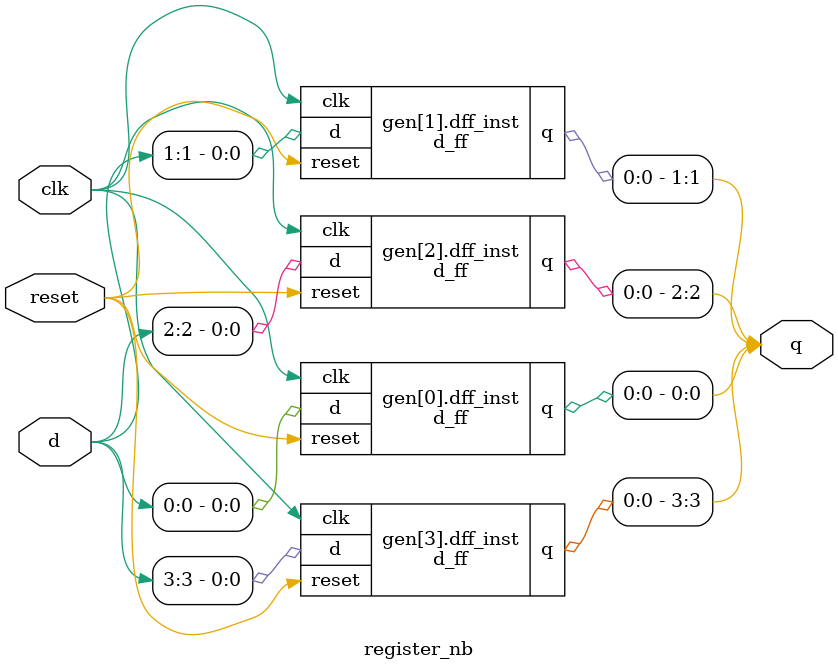
<source format=v>
module d_ff (
    input clk,
    input reset,
    input d,
    output reg q
);

    always @(posedge clk or posedge reset) begin
        if (reset) begin
           q <= 0; 
        end else begin
            q <= d;
        end
    end
endmodule

module register_4b (
    input clk, 
    input reset,
    input [3:0] d,
    output [3:0] q
);
    d_ff dff0(clk, reset, d[0], q[0]);
    d_ff dff1(clk, reset, d[1], q[1]);
    d_ff dff2(clk, reset, d[2], q[2]);
    d_ff dff3(clk, reset, d[3], q[3]);
endmodule

module register_nb #(parameter N = 4) (clk, reset, d, q);
    input clk, reset;
    input [N-1:0] d;
    output [N-1:0] q;
    genvar i;
    generate
        for (i = 0; i < N; i = i + 1) begin : gen
            d_ff dff_inst(clk, reset, d[i], q[i]);
        end
    endgenerate
endmodule
</source>
